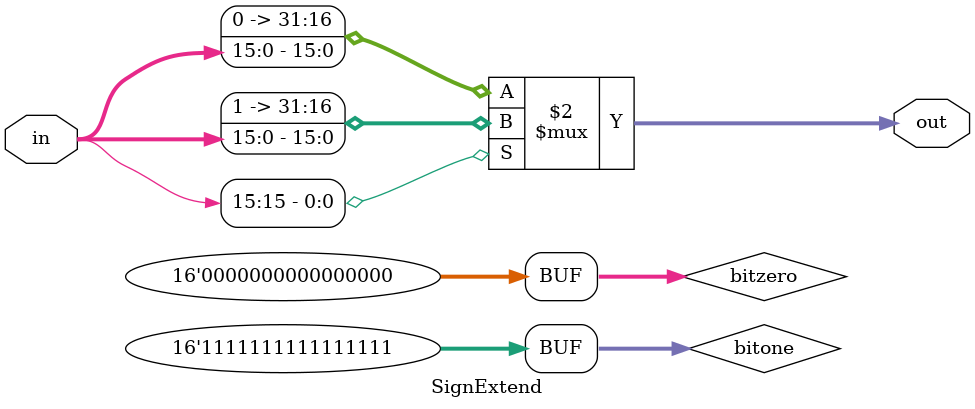
<source format=v>
module SignExtend(
    input [15:0] in,
    output [31:0] out
);

wire [15:0] bitone = 16'b1111111111111111;
wire [15:0] bitzero = 16'b0000000000000000;

assign out = (in[15] == 1) ? {bitone, in} : {bitzero, in};

endmodule
</source>
